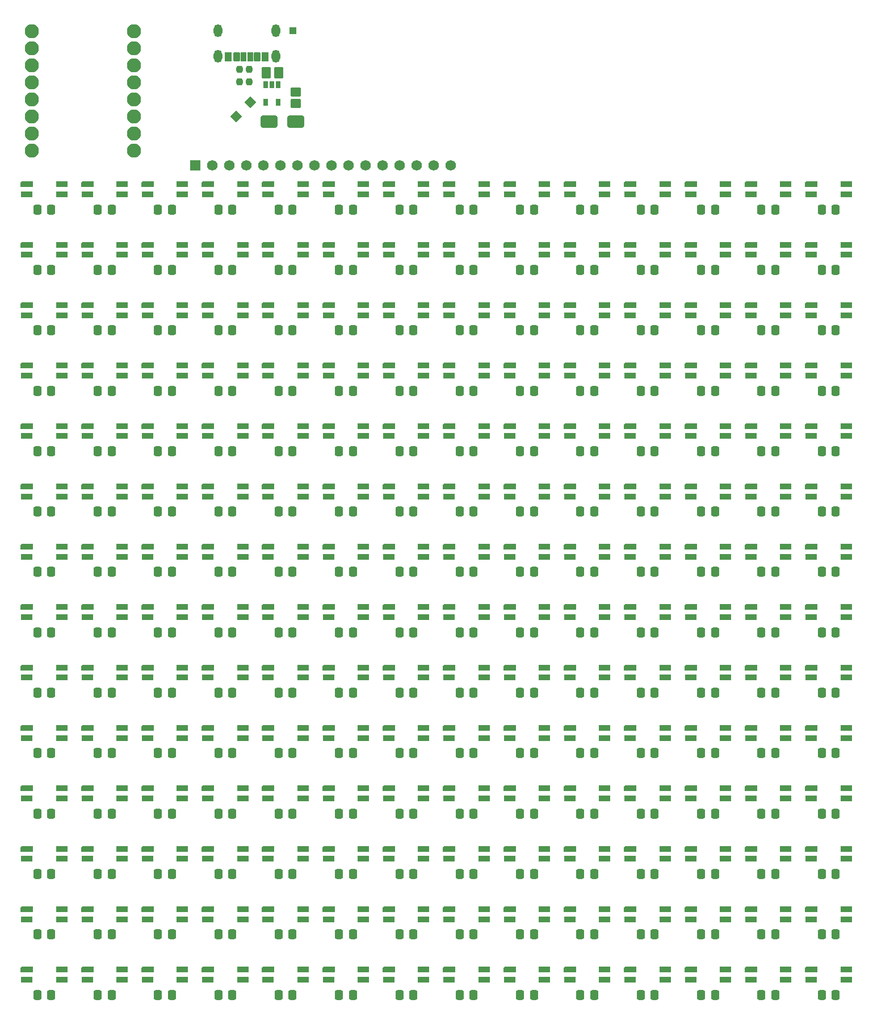
<source format=gbr>
%TF.GenerationSoftware,KiCad,Pcbnew,8.0.8*%
%TF.CreationDate,2025-04-14T17:42:09-04:00*%
%TF.ProjectId,Pixel Dust,50697865-6c20-4447-9573-742e6b696361,rev?*%
%TF.SameCoordinates,Original*%
%TF.FileFunction,Soldermask,Bot*%
%TF.FilePolarity,Negative*%
%FSLAX46Y46*%
G04 Gerber Fmt 4.6, Leading zero omitted, Abs format (unit mm)*
G04 Created by KiCad (PCBNEW 8.0.8) date 2025-04-14 17:42:09*
%MOMM*%
%LPD*%
G01*
G04 APERTURE LIST*
G04 Aperture macros list*
%AMRoundRect*
0 Rectangle with rounded corners*
0 $1 Rounding radius*
0 $2 $3 $4 $5 $6 $7 $8 $9 X,Y pos of 4 corners*
0 Add a 4 corners polygon primitive as box body*
4,1,4,$2,$3,$4,$5,$6,$7,$8,$9,$2,$3,0*
0 Add four circle primitives for the rounded corners*
1,1,$1+$1,$2,$3*
1,1,$1+$1,$4,$5*
1,1,$1+$1,$6,$7*
1,1,$1+$1,$8,$9*
0 Add four rect primitives between the rounded corners*
20,1,$1+$1,$2,$3,$4,$5,0*
20,1,$1+$1,$4,$5,$6,$7,0*
20,1,$1+$1,$6,$7,$8,$9,0*
20,1,$1+$1,$8,$9,$2,$3,0*%
%AMOutline5P*
0 Free polygon, 5 corners , with rotation*
0 The origin of the aperture is its center*
0 number of corners: always 5*
0 $1 to $10 corner X, Y*
0 $11 Rotation angle, in degrees counterclockwise*
0 create outline with 5 corners*
4,1,5,$1,$2,$3,$4,$5,$6,$7,$8,$9,$10,$1,$2,$11*%
%AMOutline6P*
0 Free polygon, 6 corners , with rotation*
0 The origin of the aperture is its center*
0 number of corners: always 6*
0 $1 to $12 corner X, Y*
0 $13 Rotation angle, in degrees counterclockwise*
0 create outline with 6 corners*
4,1,6,$1,$2,$3,$4,$5,$6,$7,$8,$9,$10,$11,$12,$1,$2,$13*%
%AMOutline7P*
0 Free polygon, 7 corners , with rotation*
0 The origin of the aperture is its center*
0 number of corners: always 7*
0 $1 to $14 corner X, Y*
0 $15 Rotation angle, in degrees counterclockwise*
0 create outline with 7 corners*
4,1,7,$1,$2,$3,$4,$5,$6,$7,$8,$9,$10,$11,$12,$13,$14,$1,$2,$15*%
%AMOutline8P*
0 Free polygon, 8 corners , with rotation*
0 The origin of the aperture is its center*
0 number of corners: always 8*
0 $1 to $16 corner X, Y*
0 $17 Rotation angle, in degrees counterclockwise*
0 create outline with 8 corners*
4,1,8,$1,$2,$3,$4,$5,$6,$7,$8,$9,$10,$11,$12,$13,$14,$15,$16,$1,$2,$17*%
%AMFreePoly0*
4,1,5,0.650000,-0.650000,-0.650000,-0.650000,-0.650000,0.650000,0.650000,0.650000,0.650000,-0.650000,0.650000,-0.650000,$1*%
G04 Aperture macros list end*
%ADD10R,1.800000X0.820000*%
%ADD11Outline5P,-0.900000X0.410000X0.900000X0.410000X0.900000X-0.246000X0.736000X-0.410000X-0.900000X-0.410000X180.000000*%
%ADD12RoundRect,0.250000X0.337500X0.475000X-0.337500X0.475000X-0.337500X-0.475000X0.337500X-0.475000X0*%
%ADD13RoundRect,0.250000X-1.000000X-0.650000X1.000000X-0.650000X1.000000X0.650000X-1.000000X0.650000X0*%
%ADD14RoundRect,0.102000X0.575000X0.725000X-0.575000X0.725000X-0.575000X-0.725000X0.575000X-0.725000X0*%
%ADD15C,2.109000*%
%ADD16RoundRect,0.237500X-0.237500X0.250000X-0.237500X-0.250000X0.237500X-0.250000X0.237500X0.250000X0*%
%ADD17RoundRect,0.102000X0.690000X-0.550000X0.690000X0.550000X-0.690000X0.550000X-0.690000X-0.550000X0*%
%ADD18RoundRect,0.102000X-0.350000X-0.600000X0.350000X-0.600000X0.350000X0.600000X-0.350000X0.600000X0*%
%ADD19RoundRect,0.102000X-0.380000X-0.600000X0.380000X-0.600000X0.380000X0.600000X-0.380000X0.600000X0*%
%ADD20RoundRect,0.102000X-0.400000X-0.600000X0.400000X-0.600000X0.400000X0.600000X-0.400000X0.600000X0*%
%ADD21O,1.304000X1.904000*%
%ADD22RoundRect,0.102000X-0.685000X-0.685000X0.685000X-0.685000X0.685000X0.685000X-0.685000X0.685000X0*%
%ADD23C,1.574000*%
%ADD24R,1.000000X1.000000*%
%ADD25RoundRect,0.237500X0.237500X-0.250000X0.237500X0.250000X-0.237500X0.250000X-0.237500X-0.250000X0*%
%ADD26FreePoly0,315.000000*%
%ADD27RoundRect,0.050000X-0.250000X0.500000X-0.250000X-0.500000X0.250000X-0.500000X0.250000X0.500000X0*%
G04 APERTURE END LIST*
D10*
%TO.C,D87*%
X24100000Y-55300000D03*
D11*
X18900000Y-55300000D03*
D10*
X18900000Y-56800000D03*
X24100000Y-56800000D03*
%TD*%
%TO.C,D30*%
X15100000Y-19300000D03*
D11*
X9900000Y-19300000D03*
D10*
X9900000Y-20800000D03*
X15100000Y-20800000D03*
%TD*%
%TO.C,D40*%
X105100000Y-19300000D03*
D11*
X99900000Y-19300000D03*
D10*
X99900000Y-20800000D03*
X105100000Y-20800000D03*
%TD*%
D12*
%TO.C,C129*%
X22537500Y-86050000D03*
X20462500Y-86050000D03*
%TD*%
D10*
%TO.C,D104*%
X51100000Y-64300000D03*
D11*
X45900000Y-64300000D03*
D10*
X45900000Y-65800000D03*
X51100000Y-65800000D03*
%TD*%
D12*
%TO.C,C52*%
X85537500Y-32050000D03*
X83462500Y-32050000D03*
%TD*%
%TO.C,C128*%
X13537500Y-86050000D03*
X11462500Y-86050000D03*
%TD*%
%TO.C,C7*%
X58537500Y-5050000D03*
X56462500Y-5050000D03*
%TD*%
%TO.C,C148*%
X67537500Y-95050000D03*
X65462500Y-95050000D03*
%TD*%
%TO.C,C136*%
X85537500Y-86050000D03*
X83462500Y-86050000D03*
%TD*%
D10*
%TO.C,D107*%
X78100000Y-64300000D03*
D11*
X72900000Y-64300000D03*
D10*
X72900000Y-65800000D03*
X78100000Y-65800000D03*
%TD*%
%TO.C,D78*%
X69100000Y-46300000D03*
D11*
X63900000Y-46300000D03*
D10*
X63900000Y-47800000D03*
X69100000Y-47800000D03*
%TD*%
%TO.C,D106*%
X69100000Y-64300000D03*
D11*
X63900000Y-64300000D03*
D10*
X63900000Y-65800000D03*
X69100000Y-65800000D03*
%TD*%
%TO.C,D155*%
X6100000Y-100300000D03*
D11*
X900000Y-100300000D03*
D10*
X900000Y-101800000D03*
X6100000Y-101800000D03*
%TD*%
D12*
%TO.C,C106*%
X67537500Y-68050000D03*
X65462500Y-68050000D03*
%TD*%
%TO.C,C71*%
X4537500Y-50050000D03*
X2462500Y-50050000D03*
%TD*%
D13*
%TO.C,D197*%
X37000000Y8080000D03*
X41000000Y8080000D03*
%TD*%
D10*
%TO.C,D13*%
X114100000Y-1300000D03*
D11*
X108900000Y-1300000D03*
D10*
X108900000Y-2800000D03*
X114100000Y-2800000D03*
%TD*%
%TO.C,D46*%
X33100000Y-28300000D03*
D11*
X27900000Y-28300000D03*
D10*
X27900000Y-29800000D03*
X33100000Y-29800000D03*
%TD*%
%TO.C,D162*%
X69100000Y-100300000D03*
D11*
X63900000Y-100300000D03*
D10*
X63900000Y-101800000D03*
X69100000Y-101800000D03*
%TD*%
%TO.C,D141*%
X6100000Y-91300000D03*
D11*
X900000Y-91300000D03*
D10*
X900000Y-92800000D03*
X6100000Y-92800000D03*
%TD*%
%TO.C,D187*%
X42100000Y-118300000D03*
D11*
X36900000Y-118300000D03*
D10*
X36900000Y-119800000D03*
X42100000Y-119800000D03*
%TD*%
D12*
%TO.C,C103*%
X40537500Y-68050000D03*
X38462500Y-68050000D03*
%TD*%
%TO.C,C5*%
X40537500Y-5050000D03*
X38462500Y-5050000D03*
%TD*%
%TO.C,C127*%
X4537500Y-86050000D03*
X2462500Y-86050000D03*
%TD*%
D10*
%TO.C,D148*%
X69100000Y-91300000D03*
D11*
X63900000Y-91300000D03*
D10*
X63900000Y-92800000D03*
X69100000Y-92800000D03*
%TD*%
D12*
%TO.C,C185*%
X22537500Y-122050000D03*
X20462500Y-122050000D03*
%TD*%
%TO.C,C2*%
X13537500Y-5050000D03*
X11462500Y-5050000D03*
%TD*%
D10*
%TO.C,D80*%
X87100000Y-46300000D03*
D11*
X81900000Y-46300000D03*
D10*
X81900000Y-47800000D03*
X87100000Y-47800000D03*
%TD*%
D12*
%TO.C,C119*%
X58537500Y-77050000D03*
X56462500Y-77050000D03*
%TD*%
D10*
%TO.C,D139*%
X114100000Y-82300000D03*
D11*
X108900000Y-82300000D03*
D10*
X108900000Y-83800000D03*
X114100000Y-83800000D03*
%TD*%
%TO.C,D32*%
X33100000Y-19300000D03*
D11*
X27900000Y-19300000D03*
D10*
X27900000Y-20800000D03*
X33100000Y-20800000D03*
%TD*%
D12*
%TO.C,C92*%
X67537500Y-59050000D03*
X65462500Y-59050000D03*
%TD*%
%TO.C,C95*%
X94537500Y-59050000D03*
X92462500Y-59050000D03*
%TD*%
D10*
%TO.C,D74*%
X33100000Y-46300000D03*
D11*
X27900000Y-46300000D03*
D10*
X27900000Y-47800000D03*
X33100000Y-47800000D03*
%TD*%
%TO.C,D185*%
X24100000Y-118300000D03*
D11*
X18900000Y-118300000D03*
D10*
X18900000Y-119800000D03*
X24100000Y-119800000D03*
%TD*%
%TO.C,D153*%
X114100000Y-91300000D03*
D11*
X108900000Y-91300000D03*
D10*
X108900000Y-92800000D03*
X114100000Y-92800000D03*
%TD*%
D12*
%TO.C,C188*%
X49537500Y-122050000D03*
X47462500Y-122050000D03*
%TD*%
D10*
%TO.C,D85*%
X6100000Y-55300000D03*
D11*
X900000Y-55300000D03*
D10*
X900000Y-56800000D03*
X6100000Y-56800000D03*
%TD*%
D12*
%TO.C,C17*%
X22537500Y-14050000D03*
X20462500Y-14050000D03*
%TD*%
%TO.C,C156*%
X13537500Y-104050000D03*
X11462500Y-104050000D03*
%TD*%
%TO.C,C110*%
X103537500Y-68050000D03*
X101462500Y-68050000D03*
%TD*%
D10*
%TO.C,D31*%
X24100000Y-19300000D03*
D11*
X18900000Y-19300000D03*
D10*
X18900000Y-20800000D03*
X24100000Y-20800000D03*
%TD*%
%TO.C,D37*%
X78100000Y-19300000D03*
D11*
X72900000Y-19300000D03*
D10*
X72900000Y-20800000D03*
X78100000Y-20800000D03*
%TD*%
D12*
%TO.C,C163*%
X76537500Y-104050000D03*
X74462500Y-104050000D03*
%TD*%
%TO.C,C42*%
X121537500Y-23050000D03*
X119462500Y-23050000D03*
%TD*%
D10*
%TO.C,D35*%
X60100000Y-19300000D03*
D11*
X54900000Y-19300000D03*
D10*
X54900000Y-20800000D03*
X60100000Y-20800000D03*
%TD*%
D12*
%TO.C,C57*%
X4537500Y-41050000D03*
X2462500Y-41050000D03*
%TD*%
%TO.C,C16*%
X13537500Y-14050000D03*
X11462500Y-14050000D03*
%TD*%
%TO.C,C107*%
X76537500Y-68050000D03*
X74462500Y-68050000D03*
%TD*%
D10*
%TO.C,D196*%
X123100000Y-118300000D03*
D11*
X117900000Y-118300000D03*
D10*
X117900000Y-119800000D03*
X123100000Y-119800000D03*
%TD*%
%TO.C,D52*%
X87100000Y-28300000D03*
D11*
X81900000Y-28300000D03*
D10*
X81900000Y-29800000D03*
X87100000Y-29800000D03*
%TD*%
D14*
%TO.C,C197*%
X38430000Y15340000D03*
X36630000Y15340000D03*
%TD*%
D12*
%TO.C,C104*%
X49537500Y-68050000D03*
X47462500Y-68050000D03*
%TD*%
D10*
%TO.C,D4*%
X33100000Y-1300000D03*
D11*
X27900000Y-1300000D03*
D10*
X27900000Y-2800000D03*
X33100000Y-2800000D03*
%TD*%
D12*
%TO.C,C40*%
X103537500Y-23050000D03*
X101462500Y-23050000D03*
%TD*%
%TO.C,C109*%
X94537500Y-68050000D03*
X92462500Y-68050000D03*
%TD*%
D10*
%TO.C,D165*%
X96100000Y-100300000D03*
D11*
X90900000Y-100300000D03*
D10*
X90900000Y-101800000D03*
X96100000Y-101800000D03*
%TD*%
%TO.C,D41*%
X114100000Y-19300000D03*
D11*
X108900000Y-19300000D03*
D10*
X108900000Y-20800000D03*
X114100000Y-20800000D03*
%TD*%
D12*
%TO.C,C94*%
X85537500Y-59050000D03*
X83462500Y-59050000D03*
%TD*%
%TO.C,C90*%
X49537500Y-59050000D03*
X47462500Y-59050000D03*
%TD*%
D10*
%TO.C,D130*%
X33100000Y-82300000D03*
D11*
X27900000Y-82300000D03*
D10*
X27900000Y-83800000D03*
X33100000Y-83800000D03*
%TD*%
%TO.C,D142*%
X15100000Y-91300000D03*
D11*
X9900000Y-91300000D03*
D10*
X9900000Y-92800000D03*
X15100000Y-92800000D03*
%TD*%
%TO.C,D8*%
X69100000Y-1300000D03*
D11*
X63900000Y-1300000D03*
D10*
X63900000Y-2800000D03*
X69100000Y-2800000D03*
%TD*%
D12*
%TO.C,C68*%
X103537500Y-41050000D03*
X101462500Y-41050000D03*
%TD*%
%TO.C,C138*%
X103537500Y-86050000D03*
X101462500Y-86050000D03*
%TD*%
%TO.C,C31*%
X22537500Y-23050000D03*
X20462500Y-23050000D03*
%TD*%
D10*
%TO.C,D182*%
X123100000Y-109300000D03*
D11*
X117900000Y-109300000D03*
D10*
X117900000Y-110800000D03*
X123100000Y-110800000D03*
%TD*%
D15*
%TO.C,U2*%
X1630000Y3720000D03*
X1630000Y6260000D03*
X1630000Y8800000D03*
X1630000Y11340000D03*
X1630000Y16420000D03*
X1630000Y13880000D03*
X16870000Y21500000D03*
X1630000Y21500000D03*
X16870000Y18960000D03*
X16870000Y16420000D03*
X16870000Y13880000D03*
X16870000Y11340000D03*
X16870000Y8800000D03*
X16870000Y6260000D03*
X16870000Y3720000D03*
X1630000Y18960000D03*
%TD*%
D10*
%TO.C,D131*%
X42100000Y-82300000D03*
D11*
X36900000Y-82300000D03*
D10*
X36900000Y-83800000D03*
X42100000Y-83800000D03*
%TD*%
D12*
%TO.C,C160*%
X49537500Y-104050000D03*
X47462500Y-104050000D03*
%TD*%
D10*
%TO.C,D154*%
X123100000Y-91300000D03*
D11*
X117900000Y-91300000D03*
D10*
X117900000Y-92800000D03*
X123100000Y-92800000D03*
%TD*%
%TO.C,D92*%
X69100000Y-55300000D03*
D11*
X63900000Y-55300000D03*
D10*
X63900000Y-56800000D03*
X69100000Y-56800000D03*
%TD*%
%TO.C,D2*%
X15100000Y-1300000D03*
D11*
X9900000Y-1300000D03*
D10*
X9900000Y-2800000D03*
X15100000Y-2800000D03*
%TD*%
%TO.C,D20*%
X51100000Y-10300000D03*
D11*
X45900000Y-10300000D03*
D10*
X45900000Y-11800000D03*
X51100000Y-11800000D03*
%TD*%
%TO.C,D166*%
X105100000Y-100300000D03*
D11*
X99900000Y-100300000D03*
D10*
X99900000Y-101800000D03*
X105100000Y-101800000D03*
%TD*%
D12*
%TO.C,C187*%
X40537500Y-122050000D03*
X38462500Y-122050000D03*
%TD*%
D10*
%TO.C,D29*%
X6100000Y-19300000D03*
D11*
X900000Y-19300000D03*
D10*
X900000Y-20800000D03*
X6100000Y-20800000D03*
%TD*%
D12*
%TO.C,C100*%
X13537500Y-68050000D03*
X11462500Y-68050000D03*
%TD*%
%TO.C,C186*%
X31537500Y-122050000D03*
X29462500Y-122050000D03*
%TD*%
D10*
%TO.C,D82*%
X105100000Y-46300000D03*
D11*
X99900000Y-46300000D03*
D10*
X99900000Y-47800000D03*
X105100000Y-47800000D03*
%TD*%
D12*
%TO.C,C161*%
X58537500Y-104050000D03*
X56462500Y-104050000D03*
%TD*%
%TO.C,C45*%
X22537500Y-32050000D03*
X20462500Y-32050000D03*
%TD*%
D10*
%TO.C,D172*%
X33100000Y-109300000D03*
D11*
X27900000Y-109300000D03*
D10*
X27900000Y-110800000D03*
X33100000Y-110800000D03*
%TD*%
D12*
%TO.C,C189*%
X58537500Y-122050000D03*
X56462500Y-122050000D03*
%TD*%
%TO.C,C39*%
X94537500Y-23050000D03*
X92462500Y-23050000D03*
%TD*%
D10*
%TO.C,D65*%
X78100000Y-37300000D03*
D11*
X72900000Y-37300000D03*
D10*
X72900000Y-38800000D03*
X78100000Y-38800000D03*
%TD*%
D12*
%TO.C,C172*%
X31537500Y-113050000D03*
X29462500Y-113050000D03*
%TD*%
D10*
%TO.C,D55*%
X114100000Y-28300000D03*
D11*
X108900000Y-28300000D03*
D10*
X108900000Y-29800000D03*
X114100000Y-29800000D03*
%TD*%
%TO.C,D127*%
X6100000Y-82300000D03*
D11*
X900000Y-82300000D03*
D10*
X900000Y-83800000D03*
X6100000Y-83800000D03*
%TD*%
%TO.C,D17*%
X24100000Y-10300000D03*
D11*
X18900000Y-10300000D03*
D10*
X18900000Y-11800000D03*
X24100000Y-11800000D03*
%TD*%
D12*
%TO.C,C24*%
X85537500Y-14050000D03*
X83462500Y-14050000D03*
%TD*%
%TO.C,C192*%
X85537500Y-122050000D03*
X83462500Y-122050000D03*
%TD*%
%TO.C,C97*%
X112537500Y-59050000D03*
X110462500Y-59050000D03*
%TD*%
%TO.C,C54*%
X103537500Y-32050000D03*
X101462500Y-32050000D03*
%TD*%
D10*
%TO.C,D183*%
X6100000Y-118300000D03*
D11*
X900000Y-118300000D03*
D10*
X900000Y-119800000D03*
X6100000Y-119800000D03*
%TD*%
D12*
%TO.C,C159*%
X40537500Y-104050000D03*
X38462500Y-104050000D03*
%TD*%
%TO.C,C115*%
X22537500Y-77050000D03*
X20462500Y-77050000D03*
%TD*%
D10*
%TO.C,D84*%
X123100000Y-46300000D03*
D11*
X117900000Y-46300000D03*
D10*
X117900000Y-47800000D03*
X123100000Y-47800000D03*
%TD*%
%TO.C,D42*%
X123100000Y-19300000D03*
D11*
X117900000Y-19300000D03*
D10*
X117900000Y-20800000D03*
X123100000Y-20800000D03*
%TD*%
%TO.C,D16*%
X15100000Y-10300000D03*
D11*
X9900000Y-10300000D03*
D10*
X9900000Y-11800000D03*
X15100000Y-11800000D03*
%TD*%
D12*
%TO.C,C41*%
X112537500Y-23050000D03*
X110462500Y-23050000D03*
%TD*%
%TO.C,C80*%
X85537500Y-50050000D03*
X83462500Y-50050000D03*
%TD*%
D10*
%TO.C,D9*%
X78100000Y-1300000D03*
D11*
X72900000Y-1300000D03*
D10*
X72900000Y-2800000D03*
X78100000Y-2800000D03*
%TD*%
D12*
%TO.C,C63*%
X58537500Y-41050000D03*
X56462500Y-41050000D03*
%TD*%
D10*
%TO.C,D174*%
X51100000Y-109300000D03*
D11*
X45900000Y-109300000D03*
D10*
X45900000Y-110800000D03*
X51100000Y-110800000D03*
%TD*%
D12*
%TO.C,C53*%
X94537500Y-32050000D03*
X92462500Y-32050000D03*
%TD*%
%TO.C,C93*%
X76537500Y-59050000D03*
X74462500Y-59050000D03*
%TD*%
%TO.C,C69*%
X112537500Y-41050000D03*
X110462500Y-41050000D03*
%TD*%
D10*
%TO.C,D38*%
X87100000Y-19300000D03*
D11*
X81900000Y-19300000D03*
D10*
X81900000Y-20800000D03*
X87100000Y-20800000D03*
%TD*%
%TO.C,D138*%
X105100000Y-82300000D03*
D11*
X99900000Y-82300000D03*
D10*
X99900000Y-83800000D03*
X105100000Y-83800000D03*
%TD*%
%TO.C,D124*%
X105100000Y-73300000D03*
D11*
X99900000Y-73300000D03*
D10*
X99900000Y-74800000D03*
X105100000Y-74800000D03*
%TD*%
D12*
%TO.C,C165*%
X94537500Y-104050000D03*
X92462500Y-104050000D03*
%TD*%
D10*
%TO.C,D61*%
X42100000Y-37300000D03*
D11*
X36900000Y-37300000D03*
D10*
X36900000Y-38800000D03*
X42100000Y-38800000D03*
%TD*%
D12*
%TO.C,C125*%
X112537500Y-77050000D03*
X110462500Y-77050000D03*
%TD*%
%TO.C,C86*%
X13537500Y-59050000D03*
X11462500Y-59050000D03*
%TD*%
D10*
%TO.C,D57*%
X6100000Y-37300000D03*
D11*
X900000Y-37300000D03*
D10*
X900000Y-38800000D03*
X6100000Y-38800000D03*
%TD*%
%TO.C,D67*%
X96100000Y-37300000D03*
D11*
X90900000Y-37300000D03*
D10*
X90900000Y-38800000D03*
X96100000Y-38800000D03*
%TD*%
%TO.C,D173*%
X42100000Y-109300000D03*
D11*
X36900000Y-109300000D03*
D10*
X36900000Y-110800000D03*
X42100000Y-110800000D03*
%TD*%
D12*
%TO.C,C38*%
X85537500Y-23050000D03*
X83462500Y-23050000D03*
%TD*%
D10*
%TO.C,D125*%
X114100000Y-73300000D03*
D11*
X108900000Y-73300000D03*
D10*
X108900000Y-74800000D03*
X114100000Y-74800000D03*
%TD*%
D12*
%TO.C,C180*%
X103537500Y-113050000D03*
X101462500Y-113050000D03*
%TD*%
%TO.C,C169*%
X4537500Y-113050000D03*
X2462500Y-113050000D03*
%TD*%
D10*
%TO.C,D33*%
X42100000Y-19300000D03*
D11*
X36900000Y-19300000D03*
D10*
X36900000Y-20800000D03*
X42100000Y-20800000D03*
%TD*%
%TO.C,D93*%
X78100000Y-55300000D03*
D11*
X72900000Y-55300000D03*
D10*
X72900000Y-56800000D03*
X78100000Y-56800000D03*
%TD*%
D12*
%TO.C,C29*%
X4537500Y-23050000D03*
X2462500Y-23050000D03*
%TD*%
%TO.C,C184*%
X13537500Y-122050000D03*
X11462500Y-122050000D03*
%TD*%
%TO.C,C122*%
X85537500Y-77050000D03*
X83462500Y-77050000D03*
%TD*%
%TO.C,C151*%
X94537500Y-95050000D03*
X92462500Y-95050000D03*
%TD*%
D10*
%TO.C,D133*%
X60100000Y-82300000D03*
D11*
X54900000Y-82300000D03*
D10*
X54900000Y-83800000D03*
X60100000Y-83800000D03*
%TD*%
D12*
%TO.C,C76*%
X49537500Y-50050000D03*
X47462500Y-50050000D03*
%TD*%
%TO.C,C85*%
X4537500Y-59050000D03*
X2462500Y-59050000D03*
%TD*%
%TO.C,C167*%
X112537500Y-104050000D03*
X110462500Y-104050000D03*
%TD*%
%TO.C,C65*%
X76537500Y-41050000D03*
X74462500Y-41050000D03*
%TD*%
D10*
%TO.C,D159*%
X42100000Y-100300000D03*
D11*
X36900000Y-100300000D03*
D10*
X36900000Y-101800000D03*
X42100000Y-101800000D03*
%TD*%
D12*
%TO.C,C132*%
X49537500Y-86050000D03*
X47462500Y-86050000D03*
%TD*%
D10*
%TO.C,D158*%
X33100000Y-100300000D03*
D11*
X27900000Y-100300000D03*
D10*
X27900000Y-101800000D03*
X33100000Y-101800000D03*
%TD*%
D12*
%TO.C,C70*%
X121537500Y-41050000D03*
X119462500Y-41050000D03*
%TD*%
%TO.C,C190*%
X67537500Y-122050000D03*
X65462500Y-122050000D03*
%TD*%
D10*
%TO.C,D146*%
X51100000Y-91300000D03*
D11*
X45900000Y-91300000D03*
D10*
X45900000Y-92800000D03*
X51100000Y-92800000D03*
%TD*%
%TO.C,D71*%
X6100000Y-46300000D03*
D11*
X900000Y-46300000D03*
D10*
X900000Y-47800000D03*
X6100000Y-47800000D03*
%TD*%
D12*
%TO.C,C108*%
X85537500Y-68050000D03*
X83462500Y-68050000D03*
%TD*%
%TO.C,C82*%
X103537500Y-50050000D03*
X101462500Y-50050000D03*
%TD*%
%TO.C,C62*%
X49537500Y-41050000D03*
X47462500Y-41050000D03*
%TD*%
D10*
%TO.C,D89*%
X42100000Y-55300000D03*
D11*
X36900000Y-55300000D03*
D10*
X36900000Y-56800000D03*
X42100000Y-56800000D03*
%TD*%
D12*
%TO.C,C194*%
X103537500Y-122050000D03*
X101462500Y-122050000D03*
%TD*%
%TO.C,C35*%
X58537500Y-23050000D03*
X56462500Y-23050000D03*
%TD*%
D10*
%TO.C,D53*%
X96100000Y-28300000D03*
D11*
X90900000Y-28300000D03*
D10*
X90900000Y-29800000D03*
X96100000Y-29800000D03*
%TD*%
D12*
%TO.C,C131*%
X40537500Y-86050000D03*
X38462500Y-86050000D03*
%TD*%
%TO.C,C9*%
X76537500Y-5050000D03*
X74462500Y-5050000D03*
%TD*%
%TO.C,C142*%
X13537500Y-95050000D03*
X11462500Y-95050000D03*
%TD*%
D10*
%TO.C,D169*%
X6100000Y-109300000D03*
D11*
X900000Y-109300000D03*
D10*
X900000Y-110800000D03*
X6100000Y-110800000D03*
%TD*%
D12*
%TO.C,C174*%
X49537500Y-113050000D03*
X47462500Y-113050000D03*
%TD*%
%TO.C,C60*%
X31537500Y-41050000D03*
X29462500Y-41050000D03*
%TD*%
D10*
%TO.C,D111*%
X114100000Y-64300000D03*
D11*
X108900000Y-64300000D03*
D10*
X108900000Y-65800000D03*
X114100000Y-65800000D03*
%TD*%
%TO.C,D156*%
X15100000Y-100300000D03*
D11*
X9900000Y-100300000D03*
D10*
X9900000Y-101800000D03*
X15100000Y-101800000D03*
%TD*%
%TO.C,D186*%
X33100000Y-118300000D03*
D11*
X27900000Y-118300000D03*
D10*
X27900000Y-119800000D03*
X33100000Y-119800000D03*
%TD*%
D12*
%TO.C,C126*%
X121537500Y-77050000D03*
X119462500Y-77050000D03*
%TD*%
D10*
%TO.C,D135*%
X78100000Y-82300000D03*
D11*
X72900000Y-82300000D03*
D10*
X72900000Y-83800000D03*
X78100000Y-83800000D03*
%TD*%
%TO.C,D95*%
X96100000Y-55300000D03*
D11*
X90900000Y-55300000D03*
D10*
X90900000Y-56800000D03*
X96100000Y-56800000D03*
%TD*%
D12*
%TO.C,C67*%
X94537500Y-41050000D03*
X92462500Y-41050000D03*
%TD*%
%TO.C,C123*%
X94537500Y-77050000D03*
X92462500Y-77050000D03*
%TD*%
D10*
%TO.C,D194*%
X105100000Y-118300000D03*
D11*
X99900000Y-118300000D03*
D10*
X99900000Y-119800000D03*
X105100000Y-119800000D03*
%TD*%
D12*
%TO.C,C13*%
X112537500Y-5050000D03*
X110462500Y-5050000D03*
%TD*%
%TO.C,C36*%
X67537500Y-23050000D03*
X65462500Y-23050000D03*
%TD*%
D10*
%TO.C,D178*%
X87100000Y-109300000D03*
D11*
X81900000Y-109300000D03*
D10*
X81900000Y-110800000D03*
X87100000Y-110800000D03*
%TD*%
%TO.C,D102*%
X33100000Y-64300000D03*
D11*
X27900000Y-64300000D03*
D10*
X27900000Y-65800000D03*
X33100000Y-65800000D03*
%TD*%
%TO.C,D15*%
X6100000Y-10300000D03*
D11*
X900000Y-10300000D03*
D10*
X900000Y-11800000D03*
X6100000Y-11800000D03*
%TD*%
D12*
%TO.C,C117*%
X40537500Y-77050000D03*
X38462500Y-77050000D03*
%TD*%
D10*
%TO.C,D177*%
X78100000Y-109300000D03*
D11*
X72900000Y-109300000D03*
D10*
X72900000Y-110800000D03*
X78100000Y-110800000D03*
%TD*%
D12*
%TO.C,C37*%
X76537500Y-23050000D03*
X74462500Y-23050000D03*
%TD*%
%TO.C,C116*%
X31537500Y-77050000D03*
X29462500Y-77050000D03*
%TD*%
D10*
%TO.C,D45*%
X24100000Y-28300000D03*
D11*
X18900000Y-28300000D03*
D10*
X18900000Y-29800000D03*
X24100000Y-29800000D03*
%TD*%
D12*
%TO.C,C181*%
X112537500Y-113050000D03*
X110462500Y-113050000D03*
%TD*%
D10*
%TO.C,D1*%
X6100000Y-1300000D03*
D11*
X900000Y-1300000D03*
D10*
X900000Y-2800000D03*
X6100000Y-2800000D03*
%TD*%
%TO.C,D181*%
X114100000Y-109300000D03*
D11*
X108900000Y-109300000D03*
D10*
X108900000Y-110800000D03*
X114100000Y-110800000D03*
%TD*%
%TO.C,D179*%
X96100000Y-109300000D03*
D11*
X90900000Y-109300000D03*
D10*
X90900000Y-110800000D03*
X96100000Y-110800000D03*
%TD*%
%TO.C,D103*%
X42100000Y-64300000D03*
D11*
X36900000Y-64300000D03*
D10*
X36900000Y-65800000D03*
X42100000Y-65800000D03*
%TD*%
D12*
%TO.C,C164*%
X85537500Y-104050000D03*
X83462500Y-104050000D03*
%TD*%
D10*
%TO.C,D54*%
X105100000Y-28300000D03*
D11*
X99900000Y-28300000D03*
D10*
X99900000Y-29800000D03*
X105100000Y-29800000D03*
%TD*%
D12*
%TO.C,C130*%
X31537500Y-86050000D03*
X29462500Y-86050000D03*
%TD*%
%TO.C,C26*%
X103537500Y-14050000D03*
X101462500Y-14050000D03*
%TD*%
%TO.C,C139*%
X112537500Y-86050000D03*
X110462500Y-86050000D03*
%TD*%
%TO.C,C182*%
X121537500Y-113050000D03*
X119462500Y-113050000D03*
%TD*%
D10*
%TO.C,D6*%
X51100000Y-1300000D03*
D11*
X45900000Y-1300000D03*
D10*
X45900000Y-2800000D03*
X51100000Y-2800000D03*
%TD*%
%TO.C,D105*%
X60100000Y-64300000D03*
D11*
X54900000Y-64300000D03*
D10*
X54900000Y-65800000D03*
X60100000Y-65800000D03*
%TD*%
D12*
%TO.C,C135*%
X76537500Y-86050000D03*
X74462500Y-86050000D03*
%TD*%
%TO.C,C64*%
X67537500Y-41050000D03*
X65462500Y-41050000D03*
%TD*%
D10*
%TO.C,D115*%
X24100000Y-73300000D03*
D11*
X18900000Y-73300000D03*
D10*
X18900000Y-74800000D03*
X24100000Y-74800000D03*
%TD*%
D12*
%TO.C,C28*%
X121537500Y-14050000D03*
X119462500Y-14050000D03*
%TD*%
D10*
%TO.C,D109*%
X96100000Y-64300000D03*
D11*
X90900000Y-64300000D03*
D10*
X90900000Y-65800000D03*
X96100000Y-65800000D03*
%TD*%
D12*
%TO.C,C4*%
X31537500Y-5050000D03*
X29462500Y-5050000D03*
%TD*%
D10*
%TO.C,D175*%
X60100000Y-109300000D03*
D11*
X54900000Y-109300000D03*
D10*
X54900000Y-110800000D03*
X60100000Y-110800000D03*
%TD*%
D12*
%TO.C,C168*%
X121537500Y-104050000D03*
X119462500Y-104050000D03*
%TD*%
%TO.C,C102*%
X31537500Y-68050000D03*
X29462500Y-68050000D03*
%TD*%
D10*
%TO.C,D163*%
X78100000Y-100300000D03*
D11*
X72900000Y-100300000D03*
D10*
X72900000Y-101800000D03*
X78100000Y-101800000D03*
%TD*%
%TO.C,D77*%
X60100000Y-46300000D03*
D11*
X54900000Y-46300000D03*
D10*
X54900000Y-47800000D03*
X60100000Y-47800000D03*
%TD*%
D12*
%TO.C,C34*%
X49537500Y-23050000D03*
X47462500Y-23050000D03*
%TD*%
D10*
%TO.C,D188*%
X51100000Y-118300000D03*
D11*
X45900000Y-118300000D03*
D10*
X45900000Y-119800000D03*
X51100000Y-119800000D03*
%TD*%
%TO.C,D76*%
X51100000Y-46300000D03*
D11*
X45900000Y-46300000D03*
D10*
X45900000Y-47800000D03*
X51100000Y-47800000D03*
%TD*%
D12*
%TO.C,C99*%
X4537500Y-68050000D03*
X2462500Y-68050000D03*
%TD*%
D10*
%TO.C,D176*%
X69100000Y-109300000D03*
D11*
X63900000Y-109300000D03*
D10*
X63900000Y-110800000D03*
X69100000Y-110800000D03*
%TD*%
D12*
%TO.C,C11*%
X94537500Y-5050000D03*
X92462500Y-5050000D03*
%TD*%
%TO.C,C105*%
X58537500Y-68050000D03*
X56462500Y-68050000D03*
%TD*%
D10*
%TO.C,D128*%
X15100000Y-82300000D03*
D11*
X9900000Y-82300000D03*
D10*
X9900000Y-83800000D03*
X15100000Y-83800000D03*
%TD*%
%TO.C,D126*%
X123100000Y-73300000D03*
D11*
X117900000Y-73300000D03*
D10*
X117900000Y-74800000D03*
X123100000Y-74800000D03*
%TD*%
D12*
%TO.C,C98*%
X121537500Y-59050000D03*
X119462500Y-59050000D03*
%TD*%
D10*
%TO.C,D137*%
X96100000Y-82300000D03*
D11*
X90900000Y-82300000D03*
D10*
X90900000Y-83800000D03*
X96100000Y-83800000D03*
%TD*%
D12*
%TO.C,C81*%
X94537500Y-50050000D03*
X92462500Y-50050000D03*
%TD*%
%TO.C,C101*%
X22537500Y-68050000D03*
X20462500Y-68050000D03*
%TD*%
D10*
%TO.C,D63*%
X60100000Y-37300000D03*
D11*
X54900000Y-37300000D03*
D10*
X54900000Y-38800000D03*
X60100000Y-38800000D03*
%TD*%
%TO.C,D147*%
X60100000Y-91300000D03*
D11*
X54900000Y-91300000D03*
D10*
X54900000Y-92800000D03*
X60100000Y-92800000D03*
%TD*%
D16*
%TO.C,R1*%
X32600000Y15812500D03*
X32600000Y13987500D03*
%TD*%
D10*
%TO.C,D19*%
X42100000Y-10300000D03*
D11*
X36900000Y-10300000D03*
D10*
X36900000Y-11800000D03*
X42100000Y-11800000D03*
%TD*%
%TO.C,D99*%
X6100000Y-64300000D03*
D11*
X900000Y-64300000D03*
D10*
X900000Y-65800000D03*
X6100000Y-65800000D03*
%TD*%
%TO.C,D75*%
X42100000Y-46300000D03*
D11*
X36900000Y-46300000D03*
D10*
X36900000Y-47800000D03*
X42100000Y-47800000D03*
%TD*%
%TO.C,D149*%
X78100000Y-91300000D03*
D11*
X72900000Y-91300000D03*
D10*
X72900000Y-92800000D03*
X78100000Y-92800000D03*
%TD*%
D12*
%TO.C,C32*%
X31537500Y-23050000D03*
X29462500Y-23050000D03*
%TD*%
%TO.C,C48*%
X49537500Y-32050000D03*
X47462500Y-32050000D03*
%TD*%
D10*
%TO.C,D190*%
X69100000Y-118300000D03*
D11*
X63900000Y-118300000D03*
D10*
X63900000Y-119800000D03*
X69100000Y-119800000D03*
%TD*%
%TO.C,D25*%
X96100000Y-10300000D03*
D11*
X90900000Y-10300000D03*
D10*
X90900000Y-11800000D03*
X96100000Y-11800000D03*
%TD*%
%TO.C,D192*%
X87100000Y-118300000D03*
D11*
X81900000Y-118300000D03*
D10*
X81900000Y-119800000D03*
X87100000Y-119800000D03*
%TD*%
D12*
%TO.C,C146*%
X49537500Y-95050000D03*
X47462500Y-95050000D03*
%TD*%
D10*
%TO.C,D145*%
X42100000Y-91300000D03*
D11*
X36900000Y-91300000D03*
D10*
X36900000Y-92800000D03*
X42100000Y-92800000D03*
%TD*%
D12*
%TO.C,C89*%
X40537500Y-59050000D03*
X38462500Y-59050000D03*
%TD*%
%TO.C,C74*%
X31537500Y-50050000D03*
X29462500Y-50050000D03*
%TD*%
%TO.C,C176*%
X67537500Y-113050000D03*
X65462500Y-113050000D03*
%TD*%
D10*
%TO.C,D44*%
X15100000Y-28300000D03*
D11*
X9900000Y-28300000D03*
D10*
X9900000Y-29800000D03*
X15100000Y-29800000D03*
%TD*%
%TO.C,D120*%
X69100000Y-73300000D03*
D11*
X63900000Y-73300000D03*
D10*
X63900000Y-74800000D03*
X69100000Y-74800000D03*
%TD*%
D12*
%TO.C,C140*%
X121537500Y-86050000D03*
X119462500Y-86050000D03*
%TD*%
%TO.C,C166*%
X103537500Y-104050000D03*
X101462500Y-104050000D03*
%TD*%
%TO.C,C120*%
X67537500Y-77050000D03*
X65462500Y-77050000D03*
%TD*%
D10*
%TO.C,D167*%
X114100000Y-100300000D03*
D11*
X108900000Y-100300000D03*
D10*
X108900000Y-101800000D03*
X114100000Y-101800000D03*
%TD*%
%TO.C,D134*%
X69100000Y-82300000D03*
D11*
X63900000Y-82300000D03*
D10*
X63900000Y-83800000D03*
X69100000Y-83800000D03*
%TD*%
D12*
%TO.C,C55*%
X112537500Y-32050000D03*
X110462500Y-32050000D03*
%TD*%
%TO.C,C124*%
X103537500Y-77050000D03*
X101462500Y-77050000D03*
%TD*%
%TO.C,C78*%
X67537500Y-50050000D03*
X65462500Y-50050000D03*
%TD*%
D10*
%TO.C,D27*%
X114100000Y-10300000D03*
D11*
X108900000Y-10300000D03*
D10*
X108900000Y-11800000D03*
X114100000Y-11800000D03*
%TD*%
%TO.C,D193*%
X96100000Y-118300000D03*
D11*
X90900000Y-118300000D03*
D10*
X90900000Y-119800000D03*
X96100000Y-119800000D03*
%TD*%
%TO.C,D59*%
X24100000Y-37300000D03*
D11*
X18900000Y-37300000D03*
D10*
X18900000Y-38800000D03*
X24100000Y-38800000D03*
%TD*%
%TO.C,D96*%
X105100000Y-55300000D03*
D11*
X99900000Y-55300000D03*
D10*
X99900000Y-56800000D03*
X105100000Y-56800000D03*
%TD*%
%TO.C,D171*%
X24100000Y-109300000D03*
D11*
X18900000Y-109300000D03*
D10*
X18900000Y-110800000D03*
X24100000Y-110800000D03*
%TD*%
%TO.C,D28*%
X123100000Y-10300000D03*
D11*
X117900000Y-10300000D03*
D10*
X117900000Y-11800000D03*
X123100000Y-11800000D03*
%TD*%
D12*
%TO.C,C23*%
X76537500Y-14050000D03*
X74462500Y-14050000D03*
%TD*%
D17*
%TO.C,C198*%
X41000000Y10740000D03*
X41000000Y12466000D03*
%TD*%
D12*
%TO.C,C193*%
X94537500Y-122050000D03*
X92462500Y-122050000D03*
%TD*%
D10*
%TO.C,D39*%
X96100000Y-19300000D03*
D11*
X90900000Y-19300000D03*
D10*
X90900000Y-20800000D03*
X96100000Y-20800000D03*
%TD*%
%TO.C,D91*%
X60100000Y-55300000D03*
D11*
X54900000Y-55300000D03*
D10*
X54900000Y-56800000D03*
X60100000Y-56800000D03*
%TD*%
%TO.C,D58*%
X15100000Y-37300000D03*
D11*
X9900000Y-37300000D03*
D10*
X9900000Y-38800000D03*
X15100000Y-38800000D03*
%TD*%
D12*
%TO.C,C49*%
X58537500Y-32050000D03*
X56462500Y-32050000D03*
%TD*%
D10*
%TO.C,D49*%
X60100000Y-28300000D03*
D11*
X54900000Y-28300000D03*
D10*
X54900000Y-29800000D03*
X60100000Y-29800000D03*
%TD*%
D12*
%TO.C,C114*%
X13537500Y-77050000D03*
X11462500Y-77050000D03*
%TD*%
%TO.C,C157*%
X22537500Y-104050000D03*
X20462500Y-104050000D03*
%TD*%
D10*
%TO.C,D123*%
X96100000Y-73300000D03*
D11*
X90900000Y-73300000D03*
D10*
X90900000Y-74800000D03*
X96100000Y-74800000D03*
%TD*%
D12*
%TO.C,C196*%
X121537500Y-122050000D03*
X119462500Y-122050000D03*
%TD*%
D10*
%TO.C,D129*%
X24100000Y-82300000D03*
D11*
X18900000Y-82300000D03*
D10*
X18900000Y-83800000D03*
X24100000Y-83800000D03*
%TD*%
%TO.C,D136*%
X87100000Y-82300000D03*
D11*
X81900000Y-82300000D03*
D10*
X81900000Y-83800000D03*
X87100000Y-83800000D03*
%TD*%
%TO.C,D112*%
X123100000Y-64300000D03*
D11*
X117900000Y-64300000D03*
D10*
X117900000Y-65800000D03*
X123100000Y-65800000D03*
%TD*%
D12*
%TO.C,C118*%
X49537500Y-77050000D03*
X47462500Y-77050000D03*
%TD*%
%TO.C,C145*%
X40537500Y-95050000D03*
X38462500Y-95050000D03*
%TD*%
D10*
%TO.C,D132*%
X51100000Y-82300000D03*
D11*
X45900000Y-82300000D03*
D10*
X45900000Y-83800000D03*
X51100000Y-83800000D03*
%TD*%
%TO.C,D180*%
X105100000Y-109300000D03*
D11*
X99900000Y-109300000D03*
D10*
X99900000Y-110800000D03*
X105100000Y-110800000D03*
%TD*%
D12*
%TO.C,C73*%
X22537500Y-50050000D03*
X20462500Y-50050000D03*
%TD*%
%TO.C,C51*%
X76537500Y-32050000D03*
X74462500Y-32050000D03*
%TD*%
%TO.C,C96*%
X103537500Y-59050000D03*
X101462500Y-59050000D03*
%TD*%
D10*
%TO.C,D110*%
X105100000Y-64300000D03*
D11*
X99900000Y-64300000D03*
D10*
X99900000Y-65800000D03*
X105100000Y-65800000D03*
%TD*%
%TO.C,D3*%
X24100000Y-1300000D03*
D11*
X18900000Y-1300000D03*
D10*
X18900000Y-2800000D03*
X24100000Y-2800000D03*
%TD*%
%TO.C,D98*%
X123100000Y-55300000D03*
D11*
X117900000Y-55300000D03*
D10*
X117900000Y-56800000D03*
X123100000Y-56800000D03*
%TD*%
D12*
%TO.C,C30*%
X13537500Y-23050000D03*
X11462500Y-23050000D03*
%TD*%
D10*
%TO.C,D5*%
X42100000Y-1300000D03*
D11*
X36900000Y-1300000D03*
D10*
X36900000Y-2800000D03*
X42100000Y-2800000D03*
%TD*%
D12*
%TO.C,C33*%
X40537500Y-23050000D03*
X38462500Y-23050000D03*
%TD*%
D10*
%TO.C,D83*%
X114100000Y-46300000D03*
D11*
X108900000Y-46300000D03*
D10*
X108900000Y-47800000D03*
X114100000Y-47800000D03*
%TD*%
D12*
%TO.C,C144*%
X31537500Y-95050000D03*
X29462500Y-95050000D03*
%TD*%
D10*
%TO.C,D81*%
X96100000Y-46300000D03*
D11*
X90900000Y-46300000D03*
D10*
X90900000Y-47800000D03*
X96100000Y-47800000D03*
%TD*%
D12*
%TO.C,C158*%
X31537500Y-104050000D03*
X29462500Y-104050000D03*
%TD*%
D10*
%TO.C,D66*%
X87100000Y-37300000D03*
D11*
X81900000Y-37300000D03*
D10*
X81900000Y-38800000D03*
X87100000Y-38800000D03*
%TD*%
%TO.C,D164*%
X87100000Y-100300000D03*
D11*
X81900000Y-100300000D03*
D10*
X81900000Y-101800000D03*
X87100000Y-101800000D03*
%TD*%
D12*
%TO.C,C154*%
X121537500Y-95050000D03*
X119462500Y-95050000D03*
%TD*%
D10*
%TO.C,D157*%
X24100000Y-100300000D03*
D11*
X18900000Y-100300000D03*
D10*
X18900000Y-101800000D03*
X24100000Y-101800000D03*
%TD*%
%TO.C,D143*%
X24100000Y-91300000D03*
D11*
X18900000Y-91300000D03*
D10*
X18900000Y-92800000D03*
X24100000Y-92800000D03*
%TD*%
D12*
%TO.C,C25*%
X94537500Y-14050000D03*
X92462500Y-14050000D03*
%TD*%
D10*
%TO.C,D21*%
X60100000Y-10300000D03*
D11*
X54900000Y-10300000D03*
D10*
X54900000Y-11800000D03*
X60100000Y-11800000D03*
%TD*%
%TO.C,D114*%
X15100000Y-73300000D03*
D11*
X9900000Y-73300000D03*
D10*
X9900000Y-74800000D03*
X15100000Y-74800000D03*
%TD*%
%TO.C,D118*%
X51100000Y-73300000D03*
D11*
X45900000Y-73300000D03*
D10*
X45900000Y-74800000D03*
X51100000Y-74800000D03*
%TD*%
D12*
%TO.C,C14*%
X121537500Y-5050000D03*
X119462500Y-5050000D03*
%TD*%
D10*
%TO.C,D18*%
X33100000Y-10300000D03*
D11*
X27900000Y-10300000D03*
D10*
X27900000Y-11800000D03*
X33100000Y-11800000D03*
%TD*%
D12*
%TO.C,C44*%
X13537500Y-32050000D03*
X11462500Y-32050000D03*
%TD*%
%TO.C,C8*%
X67537500Y-5050000D03*
X65462500Y-5050000D03*
%TD*%
D10*
%TO.C,D79*%
X78100000Y-46300000D03*
D11*
X72900000Y-46300000D03*
D10*
X72900000Y-47800000D03*
X78100000Y-47800000D03*
%TD*%
%TO.C,D48*%
X51100000Y-28300000D03*
D11*
X45900000Y-28300000D03*
D10*
X45900000Y-29800000D03*
X51100000Y-29800000D03*
%TD*%
D12*
%TO.C,C47*%
X40537500Y-32050000D03*
X38462500Y-32050000D03*
%TD*%
%TO.C,C149*%
X76537500Y-95050000D03*
X74462500Y-95050000D03*
%TD*%
D10*
%TO.C,D24*%
X87100000Y-10300000D03*
D11*
X81900000Y-10300000D03*
D10*
X81900000Y-11800000D03*
X87100000Y-11800000D03*
%TD*%
%TO.C,D117*%
X42100000Y-73300000D03*
D11*
X36900000Y-73300000D03*
D10*
X36900000Y-74800000D03*
X42100000Y-74800000D03*
%TD*%
%TO.C,D60*%
X33100000Y-37300000D03*
D11*
X27900000Y-37300000D03*
D10*
X27900000Y-38800000D03*
X33100000Y-38800000D03*
%TD*%
%TO.C,D119*%
X60100000Y-73300000D03*
D11*
X54900000Y-73300000D03*
D10*
X54900000Y-74800000D03*
X60100000Y-74800000D03*
%TD*%
D12*
%TO.C,C147*%
X58537500Y-95050000D03*
X56462500Y-95050000D03*
%TD*%
%TO.C,C58*%
X13537500Y-41050000D03*
X11462500Y-41050000D03*
%TD*%
%TO.C,C88*%
X31537500Y-59050000D03*
X29462500Y-59050000D03*
%TD*%
D10*
%TO.C,D70*%
X123100000Y-37300000D03*
D11*
X117900000Y-37300000D03*
D10*
X117900000Y-38800000D03*
X123100000Y-38800000D03*
%TD*%
D12*
%TO.C,C3*%
X22537500Y-5050000D03*
X20462500Y-5050000D03*
%TD*%
%TO.C,C50*%
X67537500Y-32050000D03*
X65462500Y-32050000D03*
%TD*%
%TO.C,C77*%
X58537500Y-50050000D03*
X56462500Y-50050000D03*
%TD*%
D10*
%TO.C,D64*%
X69100000Y-37300000D03*
D11*
X63900000Y-37300000D03*
D10*
X63900000Y-38800000D03*
X69100000Y-38800000D03*
%TD*%
%TO.C,D151*%
X96100000Y-91300000D03*
D11*
X90900000Y-91300000D03*
D10*
X90900000Y-92800000D03*
X96100000Y-92800000D03*
%TD*%
D12*
%TO.C,C152*%
X103537500Y-95050000D03*
X101462500Y-95050000D03*
%TD*%
D18*
%TO.C,J3*%
X33200000Y17720000D03*
D19*
X35220000Y17720000D03*
D20*
X36450000Y17720000D03*
D18*
X34200000Y17720000D03*
D19*
X32180000Y17720000D03*
D20*
X30950000Y17720000D03*
D21*
X29380000Y17800000D03*
X29380000Y21600000D03*
X38020000Y17800000D03*
X38020000Y21600000D03*
%TD*%
D12*
%TO.C,C150*%
X85537500Y-95050000D03*
X83462500Y-95050000D03*
%TD*%
D22*
%TO.C,J1*%
X26000000Y1500000D03*
D23*
X28540000Y1500000D03*
X31080000Y1500000D03*
X33620000Y1500000D03*
X36160000Y1500000D03*
X38700000Y1500000D03*
X41240000Y1500000D03*
X43780000Y1500000D03*
X46320000Y1500000D03*
X48860000Y1500000D03*
X51400000Y1500000D03*
X53940000Y1500000D03*
X56480000Y1500000D03*
X59020000Y1500000D03*
X61560000Y1500000D03*
X64100000Y1500000D03*
%TD*%
D10*
%TO.C,D113*%
X6100000Y-73300000D03*
D11*
X900000Y-73300000D03*
D10*
X900000Y-74800000D03*
X6100000Y-74800000D03*
%TD*%
%TO.C,D72*%
X15100000Y-46300000D03*
D11*
X9900000Y-46300000D03*
D10*
X9900000Y-47800000D03*
X15100000Y-47800000D03*
%TD*%
%TO.C,D144*%
X33100000Y-91300000D03*
D11*
X27900000Y-91300000D03*
D10*
X27900000Y-92800000D03*
X33100000Y-92800000D03*
%TD*%
%TO.C,D22*%
X69100000Y-10300000D03*
D11*
X63900000Y-10300000D03*
D10*
X63900000Y-11800000D03*
X69100000Y-11800000D03*
%TD*%
D12*
%TO.C,C20*%
X49537500Y-14050000D03*
X47462500Y-14050000D03*
%TD*%
%TO.C,C137*%
X94537500Y-86050000D03*
X92462500Y-86050000D03*
%TD*%
%TO.C,C153*%
X112537500Y-95050000D03*
X110462500Y-95050000D03*
%TD*%
%TO.C,C170*%
X13537500Y-113050000D03*
X11462500Y-113050000D03*
%TD*%
%TO.C,C175*%
X58537500Y-113050000D03*
X56462500Y-113050000D03*
%TD*%
%TO.C,C75*%
X40537500Y-50050000D03*
X38462500Y-50050000D03*
%TD*%
D10*
%TO.C,D23*%
X78100000Y-10300000D03*
D11*
X72900000Y-10300000D03*
D10*
X72900000Y-11800000D03*
X78100000Y-11800000D03*
%TD*%
%TO.C,D7*%
X60100000Y-1300000D03*
D11*
X54900000Y-1300000D03*
D10*
X54900000Y-2800000D03*
X60100000Y-2800000D03*
%TD*%
%TO.C,D161*%
X60100000Y-100300000D03*
D11*
X54900000Y-100300000D03*
D10*
X54900000Y-101800000D03*
X60100000Y-101800000D03*
%TD*%
D12*
%TO.C,C21*%
X58537500Y-14050000D03*
X56462500Y-14050000D03*
%TD*%
%TO.C,C191*%
X76537500Y-122050000D03*
X74462500Y-122050000D03*
%TD*%
D10*
%TO.C,D140*%
X123100000Y-82300000D03*
D11*
X117900000Y-82300000D03*
D10*
X117900000Y-83800000D03*
X123100000Y-83800000D03*
%TD*%
D12*
%TO.C,C1*%
X4537500Y-5050000D03*
X2462500Y-5050000D03*
%TD*%
%TO.C,C61*%
X40537500Y-41050000D03*
X38462500Y-41050000D03*
%TD*%
%TO.C,C46*%
X31537500Y-32050000D03*
X29462500Y-32050000D03*
%TD*%
%TO.C,C91*%
X58537500Y-59050000D03*
X56462500Y-59050000D03*
%TD*%
D10*
%TO.C,D14*%
X123100000Y-1300000D03*
D11*
X117900000Y-1300000D03*
D10*
X117900000Y-2800000D03*
X123100000Y-2800000D03*
%TD*%
%TO.C,D160*%
X51100000Y-100300000D03*
D11*
X45900000Y-100300000D03*
D10*
X45900000Y-101800000D03*
X51100000Y-101800000D03*
%TD*%
D12*
%TO.C,C173*%
X40537500Y-113050000D03*
X38462500Y-113050000D03*
%TD*%
%TO.C,C155*%
X4537500Y-104050000D03*
X2462500Y-104050000D03*
%TD*%
D10*
%TO.C,D122*%
X87100000Y-73300000D03*
D11*
X81900000Y-73300000D03*
D10*
X81900000Y-74800000D03*
X87100000Y-74800000D03*
%TD*%
%TO.C,D90*%
X51100000Y-55300000D03*
D11*
X45900000Y-55300000D03*
D10*
X45900000Y-56800000D03*
X51100000Y-56800000D03*
%TD*%
%TO.C,D121*%
X78100000Y-73300000D03*
D11*
X72900000Y-73300000D03*
D10*
X72900000Y-74800000D03*
X78100000Y-74800000D03*
%TD*%
D12*
%TO.C,C113*%
X4537500Y-77050000D03*
X2462500Y-77050000D03*
%TD*%
D10*
%TO.C,D116*%
X33100000Y-73300000D03*
D11*
X27900000Y-73300000D03*
D10*
X27900000Y-74800000D03*
X33100000Y-74800000D03*
%TD*%
D12*
%TO.C,C22*%
X67537500Y-14050000D03*
X65462500Y-14050000D03*
%TD*%
%TO.C,C59*%
X22537500Y-41050000D03*
X20462500Y-41050000D03*
%TD*%
%TO.C,C134*%
X67537500Y-86050000D03*
X65462500Y-86050000D03*
%TD*%
D10*
%TO.C,D73*%
X24100000Y-46300000D03*
D11*
X18900000Y-46300000D03*
D10*
X18900000Y-47800000D03*
X24100000Y-47800000D03*
%TD*%
%TO.C,D94*%
X87100000Y-55300000D03*
D11*
X81900000Y-55300000D03*
D10*
X81900000Y-56800000D03*
X87100000Y-56800000D03*
%TD*%
D12*
%TO.C,C195*%
X112537500Y-122050000D03*
X110462500Y-122050000D03*
%TD*%
%TO.C,C141*%
X4537500Y-95050000D03*
X2462500Y-95050000D03*
%TD*%
%TO.C,C179*%
X94537500Y-113050000D03*
X92462500Y-113050000D03*
%TD*%
%TO.C,C133*%
X58537500Y-86050000D03*
X56462500Y-86050000D03*
%TD*%
D10*
%TO.C,D101*%
X24100000Y-64300000D03*
D11*
X18900000Y-64300000D03*
D10*
X18900000Y-65800000D03*
X24100000Y-65800000D03*
%TD*%
D12*
%TO.C,C183*%
X4537500Y-122050000D03*
X2462500Y-122050000D03*
%TD*%
D10*
%TO.C,D195*%
X114100000Y-118300000D03*
D11*
X108900000Y-118300000D03*
D10*
X108900000Y-119800000D03*
X114100000Y-119800000D03*
%TD*%
D12*
%TO.C,C83*%
X112537500Y-50050000D03*
X110462500Y-50050000D03*
%TD*%
D10*
%TO.C,D62*%
X51100000Y-37300000D03*
D11*
X45900000Y-37300000D03*
D10*
X45900000Y-38800000D03*
X51100000Y-38800000D03*
%TD*%
D12*
%TO.C,C84*%
X121537500Y-50050000D03*
X119462500Y-50050000D03*
%TD*%
D10*
%TO.C,D47*%
X42100000Y-28300000D03*
D11*
X36900000Y-28300000D03*
D10*
X36900000Y-29800000D03*
X42100000Y-29800000D03*
%TD*%
%TO.C,D51*%
X78100000Y-28300000D03*
D11*
X72900000Y-28300000D03*
D10*
X72900000Y-29800000D03*
X78100000Y-29800000D03*
%TD*%
%TO.C,D50*%
X69100000Y-28300000D03*
D11*
X63900000Y-28300000D03*
D10*
X63900000Y-29800000D03*
X69100000Y-29800000D03*
%TD*%
%TO.C,D43*%
X6100000Y-28300000D03*
D11*
X900000Y-28300000D03*
D10*
X900000Y-29800000D03*
X6100000Y-29800000D03*
%TD*%
D24*
%TO.C,J2*%
X40595000Y21580000D03*
%TD*%
D10*
%TO.C,D189*%
X60100000Y-118300000D03*
D11*
X54900000Y-118300000D03*
D10*
X54900000Y-119800000D03*
X60100000Y-119800000D03*
%TD*%
%TO.C,D12*%
X105100000Y-1300000D03*
D11*
X99900000Y-1300000D03*
D10*
X99900000Y-2800000D03*
X105100000Y-2800000D03*
%TD*%
D25*
%TO.C,R2*%
X34100000Y13987500D03*
X34100000Y15812500D03*
%TD*%
D12*
%TO.C,C19*%
X40537500Y-14050000D03*
X38462500Y-14050000D03*
%TD*%
%TO.C,C111*%
X112537500Y-68050000D03*
X110462500Y-68050000D03*
%TD*%
D10*
%TO.C,D170*%
X15100000Y-109300000D03*
D11*
X9900000Y-109300000D03*
D10*
X9900000Y-110800000D03*
X15100000Y-110800000D03*
%TD*%
%TO.C,D11*%
X96100000Y-1300000D03*
D11*
X90900000Y-1300000D03*
D10*
X90900000Y-2800000D03*
X96100000Y-2800000D03*
%TD*%
D12*
%TO.C,C6*%
X49537500Y-5050000D03*
X47462500Y-5050000D03*
%TD*%
%TO.C,C10*%
X85537500Y-5050000D03*
X83462500Y-5050000D03*
%TD*%
%TO.C,C162*%
X67537500Y-104050000D03*
X65462500Y-104050000D03*
%TD*%
D10*
%TO.C,D97*%
X114100000Y-55300000D03*
D11*
X108900000Y-55300000D03*
D10*
X108900000Y-56800000D03*
X114100000Y-56800000D03*
%TD*%
D12*
%TO.C,C171*%
X22537500Y-113050000D03*
X20462500Y-113050000D03*
%TD*%
%TO.C,C178*%
X85537500Y-113050000D03*
X83462500Y-113050000D03*
%TD*%
%TO.C,C15*%
X4537500Y-14050000D03*
X2462500Y-14050000D03*
%TD*%
D10*
%TO.C,D56*%
X123100000Y-28300000D03*
D11*
X117900000Y-28300000D03*
D10*
X117900000Y-29800000D03*
X123100000Y-29800000D03*
%TD*%
%TO.C,D88*%
X33100000Y-55300000D03*
D11*
X27900000Y-55300000D03*
D10*
X27900000Y-56800000D03*
X33100000Y-56800000D03*
%TD*%
%TO.C,D184*%
X15100000Y-118300000D03*
D11*
X9900000Y-118300000D03*
D10*
X9900000Y-119800000D03*
X15100000Y-119800000D03*
%TD*%
D12*
%TO.C,C112*%
X121537500Y-68050000D03*
X119462500Y-68050000D03*
%TD*%
D10*
%TO.C,D34*%
X51100000Y-19300000D03*
D11*
X45900000Y-19300000D03*
D10*
X45900000Y-20800000D03*
X51100000Y-20800000D03*
%TD*%
%TO.C,D10*%
X87100000Y-1300000D03*
D11*
X81900000Y-1300000D03*
D10*
X81900000Y-2800000D03*
X87100000Y-2800000D03*
%TD*%
D12*
%TO.C,C18*%
X31537500Y-14050000D03*
X29462500Y-14050000D03*
%TD*%
%TO.C,C143*%
X22537500Y-95050000D03*
X20462500Y-95050000D03*
%TD*%
%TO.C,C79*%
X76537500Y-50050000D03*
X74462500Y-50050000D03*
%TD*%
%TO.C,C43*%
X4537500Y-32050000D03*
X2462500Y-32050000D03*
%TD*%
%TO.C,C121*%
X76537500Y-77050000D03*
X74462500Y-77050000D03*
%TD*%
%TO.C,C66*%
X85537500Y-41050000D03*
X83462500Y-41050000D03*
%TD*%
D10*
%TO.C,D68*%
X105100000Y-37300000D03*
D11*
X99900000Y-37300000D03*
D10*
X99900000Y-38800000D03*
X105100000Y-38800000D03*
%TD*%
D12*
%TO.C,C177*%
X76537500Y-113050000D03*
X74462500Y-113050000D03*
%TD*%
D10*
%TO.C,D108*%
X87100000Y-64300000D03*
D11*
X81900000Y-64300000D03*
D10*
X81900000Y-65800000D03*
X87100000Y-65800000D03*
%TD*%
D12*
%TO.C,C72*%
X13537500Y-50050000D03*
X11462500Y-50050000D03*
%TD*%
D10*
%TO.C,D69*%
X114100000Y-37300000D03*
D11*
X108900000Y-37300000D03*
D10*
X108900000Y-38800000D03*
X114100000Y-38800000D03*
%TD*%
D12*
%TO.C,C12*%
X103537500Y-5050000D03*
X101462500Y-5050000D03*
%TD*%
%TO.C,C56*%
X121537500Y-32050000D03*
X119462500Y-32050000D03*
%TD*%
D26*
%TO.C,L1*%
X34270661Y10960660D03*
X32149339Y8839340D03*
%TD*%
D12*
%TO.C,C87*%
X22537500Y-59050000D03*
X20462500Y-59050000D03*
%TD*%
D10*
%TO.C,D26*%
X105100000Y-10300000D03*
D11*
X99900000Y-10300000D03*
D10*
X99900000Y-11800000D03*
X105100000Y-11800000D03*
%TD*%
%TO.C,D86*%
X15100000Y-55300000D03*
D11*
X9900000Y-55300000D03*
D10*
X9900000Y-56800000D03*
X15100000Y-56800000D03*
%TD*%
D27*
%TO.C,U1*%
X36520000Y13540000D03*
X37470000Y13540000D03*
X38420000Y13540000D03*
X38420000Y10940000D03*
X36520000Y10940000D03*
%TD*%
D10*
%TO.C,D168*%
X123100000Y-100300000D03*
D11*
X117900000Y-100300000D03*
D10*
X117900000Y-101800000D03*
X123100000Y-101800000D03*
%TD*%
%TO.C,D152*%
X105100000Y-91300000D03*
D11*
X99900000Y-91300000D03*
D10*
X99900000Y-92800000D03*
X105100000Y-92800000D03*
%TD*%
D12*
%TO.C,C27*%
X112537500Y-14050000D03*
X110462500Y-14050000D03*
%TD*%
D10*
%TO.C,D191*%
X78100000Y-118300000D03*
D11*
X72900000Y-118300000D03*
D10*
X72900000Y-119800000D03*
X78100000Y-119800000D03*
%TD*%
%TO.C,D150*%
X87100000Y-91300000D03*
D11*
X81900000Y-91300000D03*
D10*
X81900000Y-92800000D03*
X87100000Y-92800000D03*
%TD*%
%TO.C,D100*%
X15100000Y-64300000D03*
D11*
X9900000Y-64300000D03*
D10*
X9900000Y-65800000D03*
X15100000Y-65800000D03*
%TD*%
%TO.C,D36*%
X69100000Y-19300000D03*
D11*
X63900000Y-19300000D03*
D10*
X63900000Y-20800000D03*
X69100000Y-20800000D03*
%TD*%
M02*

</source>
